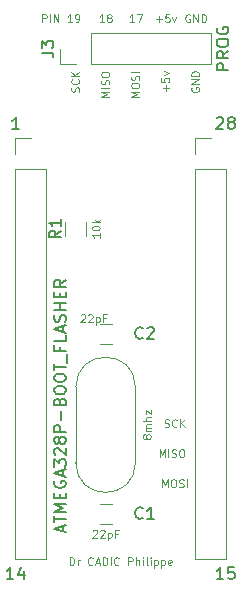
<source format=gbr>
G04 #@! TF.GenerationSoftware,KiCad,Pcbnew,(5.1.0)-1*
G04 #@! TF.CreationDate,2019-09-25T15:25:55+02:00*
G04 #@! TF.ProjectId,atmega328P-flasher,61746d65-6761-4333-9238-502d666c6173,rev?*
G04 #@! TF.SameCoordinates,Original*
G04 #@! TF.FileFunction,Legend,Top*
G04 #@! TF.FilePolarity,Positive*
%FSLAX46Y46*%
G04 Gerber Fmt 4.6, Leading zero omitted, Abs format (unit mm)*
G04 Created by KiCad (PCBNEW (5.1.0)-1) date 2019-09-25 15:25:55*
%MOMM*%
%LPD*%
G04 APERTURE LIST*
%ADD10C,0.100000*%
%ADD11C,0.150000*%
%ADD12C,0.120000*%
G04 APERTURE END LIST*
D10*
X127994857Y-106978571D02*
X127994857Y-106318571D01*
X128214857Y-106790000D01*
X128434857Y-106318571D01*
X128434857Y-106978571D01*
X128874857Y-106318571D02*
X129000571Y-106318571D01*
X129063428Y-106350000D01*
X129126285Y-106412857D01*
X129157714Y-106538571D01*
X129157714Y-106758571D01*
X129126285Y-106884285D01*
X129063428Y-106947142D01*
X129000571Y-106978571D01*
X128874857Y-106978571D01*
X128812000Y-106947142D01*
X128749142Y-106884285D01*
X128717714Y-106758571D01*
X128717714Y-106538571D01*
X128749142Y-106412857D01*
X128812000Y-106350000D01*
X128874857Y-106318571D01*
X129409142Y-106947142D02*
X129503428Y-106978571D01*
X129660571Y-106978571D01*
X129723428Y-106947142D01*
X129754857Y-106915714D01*
X129786285Y-106852857D01*
X129786285Y-106790000D01*
X129754857Y-106727142D01*
X129723428Y-106695714D01*
X129660571Y-106664285D01*
X129534857Y-106632857D01*
X129472000Y-106601428D01*
X129440571Y-106570000D01*
X129409142Y-106507142D01*
X129409142Y-106444285D01*
X129440571Y-106381428D01*
X129472000Y-106350000D01*
X129534857Y-106318571D01*
X129692000Y-106318571D01*
X129786285Y-106350000D01*
X130069142Y-106978571D02*
X130069142Y-106318571D01*
X130480000Y-73146857D02*
X130448571Y-73209714D01*
X130448571Y-73304000D01*
X130480000Y-73398285D01*
X130542857Y-73461142D01*
X130605714Y-73492571D01*
X130731428Y-73524000D01*
X130825714Y-73524000D01*
X130951428Y-73492571D01*
X131014285Y-73461142D01*
X131077142Y-73398285D01*
X131108571Y-73304000D01*
X131108571Y-73241142D01*
X131077142Y-73146857D01*
X131045714Y-73115428D01*
X130825714Y-73115428D01*
X130825714Y-73241142D01*
X131108571Y-72832571D02*
X130448571Y-72832571D01*
X131108571Y-72455428D01*
X130448571Y-72455428D01*
X131108571Y-72141142D02*
X130448571Y-72141142D01*
X130448571Y-71984000D01*
X130480000Y-71889714D01*
X130542857Y-71826857D01*
X130605714Y-71795428D01*
X130731428Y-71764000D01*
X130825714Y-71764000D01*
X130951428Y-71795428D01*
X131014285Y-71826857D01*
X131077142Y-71889714D01*
X131108571Y-71984000D01*
X131108571Y-72141142D01*
X128317142Y-73461142D02*
X128317142Y-72958285D01*
X128568571Y-73209714D02*
X128065714Y-73209714D01*
X127908571Y-72329714D02*
X127908571Y-72644000D01*
X128222857Y-72675428D01*
X128191428Y-72644000D01*
X128160000Y-72581142D01*
X128160000Y-72424000D01*
X128191428Y-72361142D01*
X128222857Y-72329714D01*
X128285714Y-72298285D01*
X128442857Y-72298285D01*
X128505714Y-72329714D01*
X128537142Y-72361142D01*
X128568571Y-72424000D01*
X128568571Y-72581142D01*
X128537142Y-72644000D01*
X128505714Y-72675428D01*
X128128571Y-72078285D02*
X128568571Y-71921142D01*
X128128571Y-71764000D01*
X120154285Y-113582571D02*
X120154285Y-112922571D01*
X120311428Y-112922571D01*
X120405714Y-112954000D01*
X120468571Y-113016857D01*
X120500000Y-113079714D01*
X120531428Y-113205428D01*
X120531428Y-113299714D01*
X120500000Y-113425428D01*
X120468571Y-113488285D01*
X120405714Y-113551142D01*
X120311428Y-113582571D01*
X120154285Y-113582571D01*
X120814285Y-113582571D02*
X120814285Y-113142571D01*
X120814285Y-113268285D02*
X120845714Y-113205428D01*
X120877142Y-113174000D01*
X120940000Y-113142571D01*
X121002857Y-113142571D01*
X122102857Y-113519714D02*
X122071428Y-113551142D01*
X121977142Y-113582571D01*
X121914285Y-113582571D01*
X121820000Y-113551142D01*
X121757142Y-113488285D01*
X121725714Y-113425428D01*
X121694285Y-113299714D01*
X121694285Y-113205428D01*
X121725714Y-113079714D01*
X121757142Y-113016857D01*
X121820000Y-112954000D01*
X121914285Y-112922571D01*
X121977142Y-112922571D01*
X122071428Y-112954000D01*
X122102857Y-112985428D01*
X122354285Y-113394000D02*
X122668571Y-113394000D01*
X122291428Y-113582571D02*
X122511428Y-112922571D01*
X122731428Y-113582571D01*
X122951428Y-113582571D02*
X122951428Y-112922571D01*
X123108571Y-112922571D01*
X123202857Y-112954000D01*
X123265714Y-113016857D01*
X123297142Y-113079714D01*
X123328571Y-113205428D01*
X123328571Y-113299714D01*
X123297142Y-113425428D01*
X123265714Y-113488285D01*
X123202857Y-113551142D01*
X123108571Y-113582571D01*
X122951428Y-113582571D01*
X123611428Y-113582571D02*
X123611428Y-112922571D01*
X124302857Y-113519714D02*
X124271428Y-113551142D01*
X124177142Y-113582571D01*
X124114285Y-113582571D01*
X124020000Y-113551142D01*
X123957142Y-113488285D01*
X123925714Y-113425428D01*
X123894285Y-113299714D01*
X123894285Y-113205428D01*
X123925714Y-113079714D01*
X123957142Y-113016857D01*
X124020000Y-112954000D01*
X124114285Y-112922571D01*
X124177142Y-112922571D01*
X124271428Y-112954000D01*
X124302857Y-112985428D01*
X125088571Y-113582571D02*
X125088571Y-112922571D01*
X125340000Y-112922571D01*
X125402857Y-112954000D01*
X125434285Y-112985428D01*
X125465714Y-113048285D01*
X125465714Y-113142571D01*
X125434285Y-113205428D01*
X125402857Y-113236857D01*
X125340000Y-113268285D01*
X125088571Y-113268285D01*
X125748571Y-113582571D02*
X125748571Y-112922571D01*
X126031428Y-113582571D02*
X126031428Y-113236857D01*
X126000000Y-113174000D01*
X125937142Y-113142571D01*
X125842857Y-113142571D01*
X125780000Y-113174000D01*
X125748571Y-113205428D01*
X126345714Y-113582571D02*
X126345714Y-113142571D01*
X126345714Y-112922571D02*
X126314285Y-112954000D01*
X126345714Y-112985428D01*
X126377142Y-112954000D01*
X126345714Y-112922571D01*
X126345714Y-112985428D01*
X126754285Y-113582571D02*
X126691428Y-113551142D01*
X126660000Y-113488285D01*
X126660000Y-112922571D01*
X127005714Y-113582571D02*
X127005714Y-113142571D01*
X127005714Y-112922571D02*
X126974285Y-112954000D01*
X127005714Y-112985428D01*
X127037142Y-112954000D01*
X127005714Y-112922571D01*
X127005714Y-112985428D01*
X127320000Y-113142571D02*
X127320000Y-113802571D01*
X127320000Y-113174000D02*
X127382857Y-113142571D01*
X127508571Y-113142571D01*
X127571428Y-113174000D01*
X127602857Y-113205428D01*
X127634285Y-113268285D01*
X127634285Y-113456857D01*
X127602857Y-113519714D01*
X127571428Y-113551142D01*
X127508571Y-113582571D01*
X127382857Y-113582571D01*
X127320000Y-113551142D01*
X127917142Y-113142571D02*
X127917142Y-113802571D01*
X127917142Y-113174000D02*
X127980000Y-113142571D01*
X128105714Y-113142571D01*
X128168571Y-113174000D01*
X128200000Y-113205428D01*
X128231428Y-113268285D01*
X128231428Y-113456857D01*
X128200000Y-113519714D01*
X128168571Y-113551142D01*
X128105714Y-113582571D01*
X127980000Y-113582571D01*
X127917142Y-113551142D01*
X128765714Y-113551142D02*
X128702857Y-113582571D01*
X128577142Y-113582571D01*
X128514285Y-113551142D01*
X128482857Y-113488285D01*
X128482857Y-113236857D01*
X128514285Y-113174000D01*
X128577142Y-113142571D01*
X128702857Y-113142571D01*
X128765714Y-113174000D01*
X128797142Y-113236857D01*
X128797142Y-113299714D01*
X128482857Y-113362571D01*
X123488571Y-73924428D02*
X122828571Y-73924428D01*
X123300000Y-73704428D01*
X122828571Y-73484428D01*
X123488571Y-73484428D01*
X123488571Y-73170142D02*
X122828571Y-73170142D01*
X123457142Y-72887285D02*
X123488571Y-72793000D01*
X123488571Y-72635857D01*
X123457142Y-72573000D01*
X123425714Y-72541571D01*
X123362857Y-72510142D01*
X123300000Y-72510142D01*
X123237142Y-72541571D01*
X123205714Y-72573000D01*
X123174285Y-72635857D01*
X123142857Y-72761571D01*
X123111428Y-72824428D01*
X123080000Y-72855857D01*
X123017142Y-72887285D01*
X122954285Y-72887285D01*
X122891428Y-72855857D01*
X122860000Y-72824428D01*
X122828571Y-72761571D01*
X122828571Y-72604428D01*
X122860000Y-72510142D01*
X122828571Y-72101571D02*
X122828571Y-71975857D01*
X122860000Y-71913000D01*
X122922857Y-71850142D01*
X123048571Y-71818714D01*
X123268571Y-71818714D01*
X123394285Y-71850142D01*
X123457142Y-71913000D01*
X123488571Y-71975857D01*
X123488571Y-72101571D01*
X123457142Y-72164428D01*
X123394285Y-72227285D01*
X123268571Y-72258714D01*
X123048571Y-72258714D01*
X122922857Y-72227285D01*
X122860000Y-72164428D01*
X122828571Y-72101571D01*
X128183428Y-101867142D02*
X128277714Y-101898571D01*
X128434857Y-101898571D01*
X128497714Y-101867142D01*
X128529142Y-101835714D01*
X128560571Y-101772857D01*
X128560571Y-101710000D01*
X128529142Y-101647142D01*
X128497714Y-101615714D01*
X128434857Y-101584285D01*
X128309142Y-101552857D01*
X128246285Y-101521428D01*
X128214857Y-101490000D01*
X128183428Y-101427142D01*
X128183428Y-101364285D01*
X128214857Y-101301428D01*
X128246285Y-101270000D01*
X128309142Y-101238571D01*
X128466285Y-101238571D01*
X128560571Y-101270000D01*
X129220571Y-101835714D02*
X129189142Y-101867142D01*
X129094857Y-101898571D01*
X129032000Y-101898571D01*
X128937714Y-101867142D01*
X128874857Y-101804285D01*
X128843428Y-101741428D01*
X128812000Y-101615714D01*
X128812000Y-101521428D01*
X128843428Y-101395714D01*
X128874857Y-101332857D01*
X128937714Y-101270000D01*
X129032000Y-101238571D01*
X129094857Y-101238571D01*
X129189142Y-101270000D01*
X129220571Y-101301428D01*
X129503428Y-101898571D02*
X129503428Y-101238571D01*
X129880571Y-101898571D02*
X129597714Y-101521428D01*
X129880571Y-101238571D02*
X129503428Y-101615714D01*
X120917142Y-73492571D02*
X120948571Y-73398285D01*
X120948571Y-73241142D01*
X120917142Y-73178285D01*
X120885714Y-73146857D01*
X120822857Y-73115428D01*
X120760000Y-73115428D01*
X120697142Y-73146857D01*
X120665714Y-73178285D01*
X120634285Y-73241142D01*
X120602857Y-73366857D01*
X120571428Y-73429714D01*
X120540000Y-73461142D01*
X120477142Y-73492571D01*
X120414285Y-73492571D01*
X120351428Y-73461142D01*
X120320000Y-73429714D01*
X120288571Y-73366857D01*
X120288571Y-73209714D01*
X120320000Y-73115428D01*
X120885714Y-72455428D02*
X120917142Y-72486857D01*
X120948571Y-72581142D01*
X120948571Y-72644000D01*
X120917142Y-72738285D01*
X120854285Y-72801142D01*
X120791428Y-72832571D01*
X120665714Y-72864000D01*
X120571428Y-72864000D01*
X120445714Y-72832571D01*
X120382857Y-72801142D01*
X120320000Y-72738285D01*
X120288571Y-72644000D01*
X120288571Y-72581142D01*
X120320000Y-72486857D01*
X120351428Y-72455428D01*
X120948571Y-72172571D02*
X120288571Y-72172571D01*
X120948571Y-71795428D02*
X120571428Y-72078285D01*
X120288571Y-71795428D02*
X120665714Y-72172571D01*
X127751571Y-104438571D02*
X127751571Y-103778571D01*
X127971571Y-104250000D01*
X128191571Y-103778571D01*
X128191571Y-104438571D01*
X128505857Y-104438571D02*
X128505857Y-103778571D01*
X128788714Y-104407142D02*
X128883000Y-104438571D01*
X129040142Y-104438571D01*
X129103000Y-104407142D01*
X129134428Y-104375714D01*
X129165857Y-104312857D01*
X129165857Y-104250000D01*
X129134428Y-104187142D01*
X129103000Y-104155714D01*
X129040142Y-104124285D01*
X128914428Y-104092857D01*
X128851571Y-104061428D01*
X128820142Y-104030000D01*
X128788714Y-103967142D01*
X128788714Y-103904285D01*
X128820142Y-103841428D01*
X128851571Y-103810000D01*
X128914428Y-103778571D01*
X129071571Y-103778571D01*
X129165857Y-103810000D01*
X129574428Y-103778571D02*
X129700142Y-103778571D01*
X129763000Y-103810000D01*
X129825857Y-103872857D01*
X129857285Y-103998571D01*
X129857285Y-104218571D01*
X129825857Y-104344285D01*
X129763000Y-104407142D01*
X129700142Y-104438571D01*
X129574428Y-104438571D01*
X129511571Y-104407142D01*
X129448714Y-104344285D01*
X129417285Y-104218571D01*
X129417285Y-103998571D01*
X129448714Y-103872857D01*
X129511571Y-103810000D01*
X129574428Y-103778571D01*
X126028571Y-73935142D02*
X125368571Y-73935142D01*
X125840000Y-73715142D01*
X125368571Y-73495142D01*
X126028571Y-73495142D01*
X125368571Y-73055142D02*
X125368571Y-72929428D01*
X125400000Y-72866571D01*
X125462857Y-72803714D01*
X125588571Y-72772285D01*
X125808571Y-72772285D01*
X125934285Y-72803714D01*
X125997142Y-72866571D01*
X126028571Y-72929428D01*
X126028571Y-73055142D01*
X125997142Y-73118000D01*
X125934285Y-73180857D01*
X125808571Y-73212285D01*
X125588571Y-73212285D01*
X125462857Y-73180857D01*
X125400000Y-73118000D01*
X125368571Y-73055142D01*
X125997142Y-72520857D02*
X126028571Y-72426571D01*
X126028571Y-72269428D01*
X125997142Y-72206571D01*
X125965714Y-72175142D01*
X125902857Y-72143714D01*
X125840000Y-72143714D01*
X125777142Y-72175142D01*
X125745714Y-72206571D01*
X125714285Y-72269428D01*
X125682857Y-72395142D01*
X125651428Y-72458000D01*
X125620000Y-72489428D01*
X125557142Y-72520857D01*
X125494285Y-72520857D01*
X125431428Y-72489428D01*
X125400000Y-72458000D01*
X125368571Y-72395142D01*
X125368571Y-72238000D01*
X125400000Y-72143714D01*
X126028571Y-71860857D02*
X125368571Y-71860857D01*
X130307142Y-66980000D02*
X130244285Y-66948571D01*
X130150000Y-66948571D01*
X130055714Y-66980000D01*
X129992857Y-67042857D01*
X129961428Y-67105714D01*
X129930000Y-67231428D01*
X129930000Y-67325714D01*
X129961428Y-67451428D01*
X129992857Y-67514285D01*
X130055714Y-67577142D01*
X130150000Y-67608571D01*
X130212857Y-67608571D01*
X130307142Y-67577142D01*
X130338571Y-67545714D01*
X130338571Y-67325714D01*
X130212857Y-67325714D01*
X130621428Y-67608571D02*
X130621428Y-66948571D01*
X130998571Y-67608571D01*
X130998571Y-66948571D01*
X131312857Y-67608571D02*
X131312857Y-66948571D01*
X131470000Y-66948571D01*
X131564285Y-66980000D01*
X131627142Y-67042857D01*
X131658571Y-67105714D01*
X131690000Y-67231428D01*
X131690000Y-67325714D01*
X131658571Y-67451428D01*
X131627142Y-67514285D01*
X131564285Y-67577142D01*
X131470000Y-67608571D01*
X131312857Y-67608571D01*
X127452857Y-67357142D02*
X127955714Y-67357142D01*
X127704285Y-67608571D02*
X127704285Y-67105714D01*
X128584285Y-66948571D02*
X128270000Y-66948571D01*
X128238571Y-67262857D01*
X128270000Y-67231428D01*
X128332857Y-67200000D01*
X128490000Y-67200000D01*
X128552857Y-67231428D01*
X128584285Y-67262857D01*
X128615714Y-67325714D01*
X128615714Y-67482857D01*
X128584285Y-67545714D01*
X128552857Y-67577142D01*
X128490000Y-67608571D01*
X128332857Y-67608571D01*
X128270000Y-67577142D01*
X128238571Y-67545714D01*
X128835714Y-67168571D02*
X128992857Y-67608571D01*
X129150000Y-67168571D01*
X125604285Y-67608571D02*
X125227142Y-67608571D01*
X125415714Y-67608571D02*
X125415714Y-66948571D01*
X125352857Y-67042857D01*
X125290000Y-67105714D01*
X125227142Y-67137142D01*
X125824285Y-66948571D02*
X126264285Y-66948571D01*
X125981428Y-67608571D01*
X123064285Y-67608571D02*
X122687142Y-67608571D01*
X122875714Y-67608571D02*
X122875714Y-66948571D01*
X122812857Y-67042857D01*
X122750000Y-67105714D01*
X122687142Y-67137142D01*
X123441428Y-67231428D02*
X123378571Y-67200000D01*
X123347142Y-67168571D01*
X123315714Y-67105714D01*
X123315714Y-67074285D01*
X123347142Y-67011428D01*
X123378571Y-66980000D01*
X123441428Y-66948571D01*
X123567142Y-66948571D01*
X123630000Y-66980000D01*
X123661428Y-67011428D01*
X123692857Y-67074285D01*
X123692857Y-67105714D01*
X123661428Y-67168571D01*
X123630000Y-67200000D01*
X123567142Y-67231428D01*
X123441428Y-67231428D01*
X123378571Y-67262857D01*
X123347142Y-67294285D01*
X123315714Y-67357142D01*
X123315714Y-67482857D01*
X123347142Y-67545714D01*
X123378571Y-67577142D01*
X123441428Y-67608571D01*
X123567142Y-67608571D01*
X123630000Y-67577142D01*
X123661428Y-67545714D01*
X123692857Y-67482857D01*
X123692857Y-67357142D01*
X123661428Y-67294285D01*
X123630000Y-67262857D01*
X123567142Y-67231428D01*
X117824285Y-67608571D02*
X117824285Y-66948571D01*
X118075714Y-66948571D01*
X118138571Y-66980000D01*
X118170000Y-67011428D01*
X118201428Y-67074285D01*
X118201428Y-67168571D01*
X118170000Y-67231428D01*
X118138571Y-67262857D01*
X118075714Y-67294285D01*
X117824285Y-67294285D01*
X118484285Y-67608571D02*
X118484285Y-66948571D01*
X118798571Y-67608571D02*
X118798571Y-66948571D01*
X119175714Y-67608571D01*
X119175714Y-66948571D01*
X120338571Y-67608571D02*
X119961428Y-67608571D01*
X120150000Y-67608571D02*
X120150000Y-66948571D01*
X120087142Y-67042857D01*
X120024285Y-67105714D01*
X119961428Y-67137142D01*
X120652857Y-67608571D02*
X120778571Y-67608571D01*
X120841428Y-67577142D01*
X120872857Y-67545714D01*
X120935714Y-67451428D01*
X120967142Y-67325714D01*
X120967142Y-67074285D01*
X120935714Y-67011428D01*
X120904285Y-66980000D01*
X120841428Y-66948571D01*
X120715714Y-66948571D01*
X120652857Y-66980000D01*
X120621428Y-67011428D01*
X120590000Y-67074285D01*
X120590000Y-67231428D01*
X120621428Y-67294285D01*
X120652857Y-67325714D01*
X120715714Y-67357142D01*
X120841428Y-67357142D01*
X120904285Y-67325714D01*
X120935714Y-67294285D01*
X120967142Y-67231428D01*
D11*
X119546666Y-110718857D02*
X119546666Y-110242666D01*
X119832380Y-110814095D02*
X118832380Y-110480761D01*
X119832380Y-110147428D01*
X118832380Y-109956952D02*
X118832380Y-109385523D01*
X119832380Y-109671238D02*
X118832380Y-109671238D01*
X119832380Y-109052190D02*
X118832380Y-109052190D01*
X119546666Y-108718857D01*
X118832380Y-108385523D01*
X119832380Y-108385523D01*
X119308571Y-107909333D02*
X119308571Y-107576000D01*
X119832380Y-107433142D02*
X119832380Y-107909333D01*
X118832380Y-107909333D01*
X118832380Y-107433142D01*
X118880000Y-106480761D02*
X118832380Y-106576000D01*
X118832380Y-106718857D01*
X118880000Y-106861714D01*
X118975238Y-106956952D01*
X119070476Y-107004571D01*
X119260952Y-107052190D01*
X119403809Y-107052190D01*
X119594285Y-107004571D01*
X119689523Y-106956952D01*
X119784761Y-106861714D01*
X119832380Y-106718857D01*
X119832380Y-106623619D01*
X119784761Y-106480761D01*
X119737142Y-106433142D01*
X119403809Y-106433142D01*
X119403809Y-106623619D01*
X119546666Y-106052190D02*
X119546666Y-105576000D01*
X119832380Y-106147428D02*
X118832380Y-105814095D01*
X119832380Y-105480761D01*
X118832380Y-105242666D02*
X118832380Y-104623619D01*
X119213333Y-104956952D01*
X119213333Y-104814095D01*
X119260952Y-104718857D01*
X119308571Y-104671238D01*
X119403809Y-104623619D01*
X119641904Y-104623619D01*
X119737142Y-104671238D01*
X119784761Y-104718857D01*
X119832380Y-104814095D01*
X119832380Y-105099809D01*
X119784761Y-105195047D01*
X119737142Y-105242666D01*
X118927619Y-104242666D02*
X118880000Y-104195047D01*
X118832380Y-104099809D01*
X118832380Y-103861714D01*
X118880000Y-103766476D01*
X118927619Y-103718857D01*
X119022857Y-103671238D01*
X119118095Y-103671238D01*
X119260952Y-103718857D01*
X119832380Y-104290285D01*
X119832380Y-103671238D01*
X119260952Y-103099809D02*
X119213333Y-103195047D01*
X119165714Y-103242666D01*
X119070476Y-103290285D01*
X119022857Y-103290285D01*
X118927619Y-103242666D01*
X118880000Y-103195047D01*
X118832380Y-103099809D01*
X118832380Y-102909333D01*
X118880000Y-102814095D01*
X118927619Y-102766476D01*
X119022857Y-102718857D01*
X119070476Y-102718857D01*
X119165714Y-102766476D01*
X119213333Y-102814095D01*
X119260952Y-102909333D01*
X119260952Y-103099809D01*
X119308571Y-103195047D01*
X119356190Y-103242666D01*
X119451428Y-103290285D01*
X119641904Y-103290285D01*
X119737142Y-103242666D01*
X119784761Y-103195047D01*
X119832380Y-103099809D01*
X119832380Y-102909333D01*
X119784761Y-102814095D01*
X119737142Y-102766476D01*
X119641904Y-102718857D01*
X119451428Y-102718857D01*
X119356190Y-102766476D01*
X119308571Y-102814095D01*
X119260952Y-102909333D01*
X119832380Y-102290285D02*
X118832380Y-102290285D01*
X118832380Y-101909333D01*
X118880000Y-101814095D01*
X118927619Y-101766476D01*
X119022857Y-101718857D01*
X119165714Y-101718857D01*
X119260952Y-101766476D01*
X119308571Y-101814095D01*
X119356190Y-101909333D01*
X119356190Y-102290285D01*
X119451428Y-101290285D02*
X119451428Y-100528380D01*
X119308571Y-99718857D02*
X119356190Y-99576000D01*
X119403809Y-99528380D01*
X119499047Y-99480761D01*
X119641904Y-99480761D01*
X119737142Y-99528380D01*
X119784761Y-99576000D01*
X119832380Y-99671238D01*
X119832380Y-100052190D01*
X118832380Y-100052190D01*
X118832380Y-99718857D01*
X118880000Y-99623619D01*
X118927619Y-99576000D01*
X119022857Y-99528380D01*
X119118095Y-99528380D01*
X119213333Y-99576000D01*
X119260952Y-99623619D01*
X119308571Y-99718857D01*
X119308571Y-100052190D01*
X118832380Y-98861714D02*
X118832380Y-98671238D01*
X118880000Y-98576000D01*
X118975238Y-98480761D01*
X119165714Y-98433142D01*
X119499047Y-98433142D01*
X119689523Y-98480761D01*
X119784761Y-98576000D01*
X119832380Y-98671238D01*
X119832380Y-98861714D01*
X119784761Y-98956952D01*
X119689523Y-99052190D01*
X119499047Y-99099809D01*
X119165714Y-99099809D01*
X118975238Y-99052190D01*
X118880000Y-98956952D01*
X118832380Y-98861714D01*
X118832380Y-97814095D02*
X118832380Y-97623619D01*
X118880000Y-97528380D01*
X118975238Y-97433142D01*
X119165714Y-97385523D01*
X119499047Y-97385523D01*
X119689523Y-97433142D01*
X119784761Y-97528380D01*
X119832380Y-97623619D01*
X119832380Y-97814095D01*
X119784761Y-97909333D01*
X119689523Y-98004571D01*
X119499047Y-98052190D01*
X119165714Y-98052190D01*
X118975238Y-98004571D01*
X118880000Y-97909333D01*
X118832380Y-97814095D01*
X118832380Y-97099809D02*
X118832380Y-96528380D01*
X119832380Y-96814095D02*
X118832380Y-96814095D01*
X119927619Y-96433142D02*
X119927619Y-95671238D01*
X119308571Y-95099809D02*
X119308571Y-95433142D01*
X119832380Y-95433142D02*
X118832380Y-95433142D01*
X118832380Y-94956952D01*
X119832380Y-94099809D02*
X119832380Y-94576000D01*
X118832380Y-94576000D01*
X119546666Y-93814095D02*
X119546666Y-93337904D01*
X119832380Y-93909333D02*
X118832380Y-93576000D01*
X119832380Y-93242666D01*
X119784761Y-92956952D02*
X119832380Y-92814095D01*
X119832380Y-92576000D01*
X119784761Y-92480761D01*
X119737142Y-92433142D01*
X119641904Y-92385523D01*
X119546666Y-92385523D01*
X119451428Y-92433142D01*
X119403809Y-92480761D01*
X119356190Y-92576000D01*
X119308571Y-92766476D01*
X119260952Y-92861714D01*
X119213333Y-92909333D01*
X119118095Y-92956952D01*
X119022857Y-92956952D01*
X118927619Y-92909333D01*
X118880000Y-92861714D01*
X118832380Y-92766476D01*
X118832380Y-92528380D01*
X118880000Y-92385523D01*
X119832380Y-91956952D02*
X118832380Y-91956952D01*
X119308571Y-91956952D02*
X119308571Y-91385523D01*
X119832380Y-91385523D02*
X118832380Y-91385523D01*
X119308571Y-90909333D02*
X119308571Y-90576000D01*
X119832380Y-90433142D02*
X119832380Y-90909333D01*
X118832380Y-90909333D01*
X118832380Y-90433142D01*
X119832380Y-89433142D02*
X119356190Y-89766476D01*
X119832380Y-90004571D02*
X118832380Y-90004571D01*
X118832380Y-89623619D01*
X118880000Y-89528380D01*
X118927619Y-89480761D01*
X119022857Y-89433142D01*
X119165714Y-89433142D01*
X119260952Y-89480761D01*
X119308571Y-89528380D01*
X119356190Y-89623619D01*
X119356190Y-90004571D01*
X132588095Y-75747619D02*
X132635714Y-75700000D01*
X132730952Y-75652380D01*
X132969047Y-75652380D01*
X133064285Y-75700000D01*
X133111904Y-75747619D01*
X133159523Y-75842857D01*
X133159523Y-75938095D01*
X133111904Y-76080952D01*
X132540476Y-76652380D01*
X133159523Y-76652380D01*
X133730952Y-76080952D02*
X133635714Y-76033333D01*
X133588095Y-75985714D01*
X133540476Y-75890476D01*
X133540476Y-75842857D01*
X133588095Y-75747619D01*
X133635714Y-75700000D01*
X133730952Y-75652380D01*
X133921428Y-75652380D01*
X134016666Y-75700000D01*
X134064285Y-75747619D01*
X134111904Y-75842857D01*
X134111904Y-75890476D01*
X134064285Y-75985714D01*
X134016666Y-76033333D01*
X133921428Y-76080952D01*
X133730952Y-76080952D01*
X133635714Y-76128571D01*
X133588095Y-76176190D01*
X133540476Y-76271428D01*
X133540476Y-76461904D01*
X133588095Y-76557142D01*
X133635714Y-76604761D01*
X133730952Y-76652380D01*
X133921428Y-76652380D01*
X134016666Y-76604761D01*
X134064285Y-76557142D01*
X134111904Y-76461904D01*
X134111904Y-76271428D01*
X134064285Y-76176190D01*
X134016666Y-76128571D01*
X133921428Y-76080952D01*
X133159523Y-114752380D02*
X132588095Y-114752380D01*
X132873809Y-114752380D02*
X132873809Y-113752380D01*
X132778571Y-113895238D01*
X132683333Y-113990476D01*
X132588095Y-114038095D01*
X134064285Y-113752380D02*
X133588095Y-113752380D01*
X133540476Y-114228571D01*
X133588095Y-114180952D01*
X133683333Y-114133333D01*
X133921428Y-114133333D01*
X134016666Y-114180952D01*
X134064285Y-114228571D01*
X134111904Y-114323809D01*
X134111904Y-114561904D01*
X134064285Y-114657142D01*
X134016666Y-114704761D01*
X133921428Y-114752380D01*
X133683333Y-114752380D01*
X133588095Y-114704761D01*
X133540476Y-114657142D01*
X115379523Y-114752380D02*
X114808095Y-114752380D01*
X115093809Y-114752380D02*
X115093809Y-113752380D01*
X114998571Y-113895238D01*
X114903333Y-113990476D01*
X114808095Y-114038095D01*
X116236666Y-114085714D02*
X116236666Y-114752380D01*
X115998571Y-113704761D02*
X115760476Y-114419047D01*
X116379523Y-114419047D01*
X115855714Y-76652380D02*
X115284285Y-76652380D01*
X115570000Y-76652380D02*
X115570000Y-75652380D01*
X115474761Y-75795238D01*
X115379523Y-75890476D01*
X115284285Y-75938095D01*
D12*
X122690000Y-110070000D02*
X123690000Y-110070000D01*
X123690000Y-108370000D02*
X122690000Y-108370000D01*
X122690000Y-94830000D02*
X123690000Y-94830000D01*
X123690000Y-93130000D02*
X122690000Y-93130000D01*
X115510000Y-77410000D02*
X116840000Y-77410000D01*
X115510000Y-78740000D02*
X115510000Y-77410000D01*
X118170000Y-80010000D02*
X115510000Y-80010000D01*
X118170000Y-113090000D02*
X118170000Y-80010000D01*
X115510000Y-113090000D02*
X118170000Y-113090000D01*
X115510000Y-80010000D02*
X115510000Y-113090000D01*
X119320000Y-71180000D02*
X119320000Y-69850000D01*
X120650000Y-71180000D02*
X119320000Y-71180000D01*
X121920000Y-68520000D02*
X121920000Y-71180000D01*
X132140000Y-68520000D02*
X121920000Y-68520000D01*
X132140000Y-71180000D02*
X132140000Y-68520000D01*
X121920000Y-71180000D02*
X132140000Y-71180000D01*
X119770000Y-85690000D02*
X119770000Y-84490000D01*
X121530000Y-84490000D02*
X121530000Y-85690000D01*
X125715000Y-98500000D02*
G75*
G03X120665000Y-98500000I-2525000J0D01*
G01*
X125715000Y-104900000D02*
G75*
G02X120665000Y-104900000I-2525000J0D01*
G01*
X125715000Y-104900000D02*
X125715000Y-98500000D01*
X120665000Y-104900000D02*
X120665000Y-98500000D01*
X130750000Y-77410000D02*
X132080000Y-77410000D01*
X130750000Y-78740000D02*
X130750000Y-77410000D01*
X133410000Y-80010000D02*
X130750000Y-80010000D01*
X133410000Y-113090000D02*
X133410000Y-80010000D01*
X130750000Y-113090000D02*
X133410000Y-113090000D01*
X130750000Y-80010000D02*
X130750000Y-113090000D01*
D11*
X126325333Y-109577142D02*
X126277714Y-109624761D01*
X126134857Y-109672380D01*
X126039619Y-109672380D01*
X125896761Y-109624761D01*
X125801523Y-109529523D01*
X125753904Y-109434285D01*
X125706285Y-109243809D01*
X125706285Y-109100952D01*
X125753904Y-108910476D01*
X125801523Y-108815238D01*
X125896761Y-108720000D01*
X126039619Y-108672380D01*
X126134857Y-108672380D01*
X126277714Y-108720000D01*
X126325333Y-108767619D01*
X127277714Y-109672380D02*
X126706285Y-109672380D01*
X126992000Y-109672380D02*
X126992000Y-108672380D01*
X126896761Y-108815238D01*
X126801523Y-108910476D01*
X126706285Y-108958095D01*
D10*
X122105714Y-110671428D02*
X122137142Y-110640000D01*
X122200000Y-110608571D01*
X122357142Y-110608571D01*
X122420000Y-110640000D01*
X122451428Y-110671428D01*
X122482857Y-110734285D01*
X122482857Y-110797142D01*
X122451428Y-110891428D01*
X122074285Y-111268571D01*
X122482857Y-111268571D01*
X122734285Y-110671428D02*
X122765714Y-110640000D01*
X122828571Y-110608571D01*
X122985714Y-110608571D01*
X123048571Y-110640000D01*
X123080000Y-110671428D01*
X123111428Y-110734285D01*
X123111428Y-110797142D01*
X123080000Y-110891428D01*
X122702857Y-111268571D01*
X123111428Y-111268571D01*
X123394285Y-110828571D02*
X123394285Y-111488571D01*
X123394285Y-110860000D02*
X123457142Y-110828571D01*
X123582857Y-110828571D01*
X123645714Y-110860000D01*
X123677142Y-110891428D01*
X123708571Y-110954285D01*
X123708571Y-111142857D01*
X123677142Y-111205714D01*
X123645714Y-111237142D01*
X123582857Y-111268571D01*
X123457142Y-111268571D01*
X123394285Y-111237142D01*
X124211428Y-110922857D02*
X123991428Y-110922857D01*
X123991428Y-111268571D02*
X123991428Y-110608571D01*
X124305714Y-110608571D01*
D11*
X126325333Y-94337142D02*
X126277714Y-94384761D01*
X126134857Y-94432380D01*
X126039619Y-94432380D01*
X125896761Y-94384761D01*
X125801523Y-94289523D01*
X125753904Y-94194285D01*
X125706285Y-94003809D01*
X125706285Y-93860952D01*
X125753904Y-93670476D01*
X125801523Y-93575238D01*
X125896761Y-93480000D01*
X126039619Y-93432380D01*
X126134857Y-93432380D01*
X126277714Y-93480000D01*
X126325333Y-93527619D01*
X126706285Y-93527619D02*
X126753904Y-93480000D01*
X126849142Y-93432380D01*
X127087238Y-93432380D01*
X127182476Y-93480000D01*
X127230095Y-93527619D01*
X127277714Y-93622857D01*
X127277714Y-93718095D01*
X127230095Y-93860952D01*
X126658666Y-94432380D01*
X127277714Y-94432380D01*
D10*
X121089714Y-92411428D02*
X121121142Y-92380000D01*
X121184000Y-92348571D01*
X121341142Y-92348571D01*
X121404000Y-92380000D01*
X121435428Y-92411428D01*
X121466857Y-92474285D01*
X121466857Y-92537142D01*
X121435428Y-92631428D01*
X121058285Y-93008571D01*
X121466857Y-93008571D01*
X121718285Y-92411428D02*
X121749714Y-92380000D01*
X121812571Y-92348571D01*
X121969714Y-92348571D01*
X122032571Y-92380000D01*
X122064000Y-92411428D01*
X122095428Y-92474285D01*
X122095428Y-92537142D01*
X122064000Y-92631428D01*
X121686857Y-93008571D01*
X122095428Y-93008571D01*
X122378285Y-92568571D02*
X122378285Y-93228571D01*
X122378285Y-92600000D02*
X122441142Y-92568571D01*
X122566857Y-92568571D01*
X122629714Y-92600000D01*
X122661142Y-92631428D01*
X122692571Y-92694285D01*
X122692571Y-92882857D01*
X122661142Y-92945714D01*
X122629714Y-92977142D01*
X122566857Y-93008571D01*
X122441142Y-93008571D01*
X122378285Y-92977142D01*
X123195428Y-92662857D02*
X122975428Y-92662857D01*
X122975428Y-93008571D02*
X122975428Y-92348571D01*
X123289714Y-92348571D01*
D11*
X117772380Y-70183333D02*
X118486666Y-70183333D01*
X118629523Y-70230952D01*
X118724761Y-70326190D01*
X118772380Y-70469047D01*
X118772380Y-70564285D01*
X117772380Y-69802380D02*
X117772380Y-69183333D01*
X118153333Y-69516666D01*
X118153333Y-69373809D01*
X118200952Y-69278571D01*
X118248571Y-69230952D01*
X118343809Y-69183333D01*
X118581904Y-69183333D01*
X118677142Y-69230952D01*
X118724761Y-69278571D01*
X118772380Y-69373809D01*
X118772380Y-69659523D01*
X118724761Y-69754761D01*
X118677142Y-69802380D01*
X133592380Y-71635714D02*
X132592380Y-71635714D01*
X132592380Y-71254761D01*
X132640000Y-71159523D01*
X132687619Y-71111904D01*
X132782857Y-71064285D01*
X132925714Y-71064285D01*
X133020952Y-71111904D01*
X133068571Y-71159523D01*
X133116190Y-71254761D01*
X133116190Y-71635714D01*
X133592380Y-70064285D02*
X133116190Y-70397619D01*
X133592380Y-70635714D02*
X132592380Y-70635714D01*
X132592380Y-70254761D01*
X132640000Y-70159523D01*
X132687619Y-70111904D01*
X132782857Y-70064285D01*
X132925714Y-70064285D01*
X133020952Y-70111904D01*
X133068571Y-70159523D01*
X133116190Y-70254761D01*
X133116190Y-70635714D01*
X132592380Y-69445238D02*
X132592380Y-69254761D01*
X132640000Y-69159523D01*
X132735238Y-69064285D01*
X132925714Y-69016666D01*
X133259047Y-69016666D01*
X133449523Y-69064285D01*
X133544761Y-69159523D01*
X133592380Y-69254761D01*
X133592380Y-69445238D01*
X133544761Y-69540476D01*
X133449523Y-69635714D01*
X133259047Y-69683333D01*
X132925714Y-69683333D01*
X132735238Y-69635714D01*
X132640000Y-69540476D01*
X132592380Y-69445238D01*
X132640000Y-68064285D02*
X132592380Y-68159523D01*
X132592380Y-68302380D01*
X132640000Y-68445238D01*
X132735238Y-68540476D01*
X132830476Y-68588095D01*
X133020952Y-68635714D01*
X133163809Y-68635714D01*
X133354285Y-68588095D01*
X133449523Y-68540476D01*
X133544761Y-68445238D01*
X133592380Y-68302380D01*
X133592380Y-68207142D01*
X133544761Y-68064285D01*
X133497142Y-68016666D01*
X133163809Y-68016666D01*
X133163809Y-68207142D01*
X119402380Y-85256666D02*
X118926190Y-85590000D01*
X119402380Y-85828095D02*
X118402380Y-85828095D01*
X118402380Y-85447142D01*
X118450000Y-85351904D01*
X118497619Y-85304285D01*
X118592857Y-85256666D01*
X118735714Y-85256666D01*
X118830952Y-85304285D01*
X118878571Y-85351904D01*
X118926190Y-85447142D01*
X118926190Y-85828095D01*
X119402380Y-84304285D02*
X119402380Y-84875714D01*
X119402380Y-84590000D02*
X118402380Y-84590000D01*
X118545238Y-84685238D01*
X118640476Y-84780476D01*
X118688095Y-84875714D01*
D10*
X122698571Y-85482857D02*
X122698571Y-85860000D01*
X122698571Y-85671428D02*
X122038571Y-85671428D01*
X122132857Y-85734285D01*
X122195714Y-85797142D01*
X122227142Y-85860000D01*
X122038571Y-85074285D02*
X122038571Y-85011428D01*
X122070000Y-84948571D01*
X122101428Y-84917142D01*
X122164285Y-84885714D01*
X122290000Y-84854285D01*
X122447142Y-84854285D01*
X122572857Y-84885714D01*
X122635714Y-84917142D01*
X122667142Y-84948571D01*
X122698571Y-85011428D01*
X122698571Y-85074285D01*
X122667142Y-85137142D01*
X122635714Y-85168571D01*
X122572857Y-85200000D01*
X122447142Y-85231428D01*
X122290000Y-85231428D01*
X122164285Y-85200000D01*
X122101428Y-85168571D01*
X122070000Y-85137142D01*
X122038571Y-85074285D01*
X122698571Y-84571428D02*
X122038571Y-84571428D01*
X122447142Y-84508571D02*
X122698571Y-84320000D01*
X122258571Y-84320000D02*
X122510000Y-84571428D01*
X126636428Y-102768571D02*
X126605000Y-102831428D01*
X126573571Y-102862857D01*
X126510714Y-102894285D01*
X126479285Y-102894285D01*
X126416428Y-102862857D01*
X126385000Y-102831428D01*
X126353571Y-102768571D01*
X126353571Y-102642857D01*
X126385000Y-102580000D01*
X126416428Y-102548571D01*
X126479285Y-102517142D01*
X126510714Y-102517142D01*
X126573571Y-102548571D01*
X126605000Y-102580000D01*
X126636428Y-102642857D01*
X126636428Y-102768571D01*
X126667857Y-102831428D01*
X126699285Y-102862857D01*
X126762142Y-102894285D01*
X126887857Y-102894285D01*
X126950714Y-102862857D01*
X126982142Y-102831428D01*
X127013571Y-102768571D01*
X127013571Y-102642857D01*
X126982142Y-102580000D01*
X126950714Y-102548571D01*
X126887857Y-102517142D01*
X126762142Y-102517142D01*
X126699285Y-102548571D01*
X126667857Y-102580000D01*
X126636428Y-102642857D01*
X127013571Y-102234285D02*
X126573571Y-102234285D01*
X126636428Y-102234285D02*
X126605000Y-102202857D01*
X126573571Y-102140000D01*
X126573571Y-102045714D01*
X126605000Y-101982857D01*
X126667857Y-101951428D01*
X127013571Y-101951428D01*
X126667857Y-101951428D02*
X126605000Y-101920000D01*
X126573571Y-101857142D01*
X126573571Y-101762857D01*
X126605000Y-101700000D01*
X126667857Y-101668571D01*
X127013571Y-101668571D01*
X127013571Y-101354285D02*
X126353571Y-101354285D01*
X127013571Y-101071428D02*
X126667857Y-101071428D01*
X126605000Y-101102857D01*
X126573571Y-101165714D01*
X126573571Y-101260000D01*
X126605000Y-101322857D01*
X126636428Y-101354285D01*
X126573571Y-100820000D02*
X126573571Y-100474285D01*
X127013571Y-100820000D01*
X127013571Y-100474285D01*
M02*

</source>
